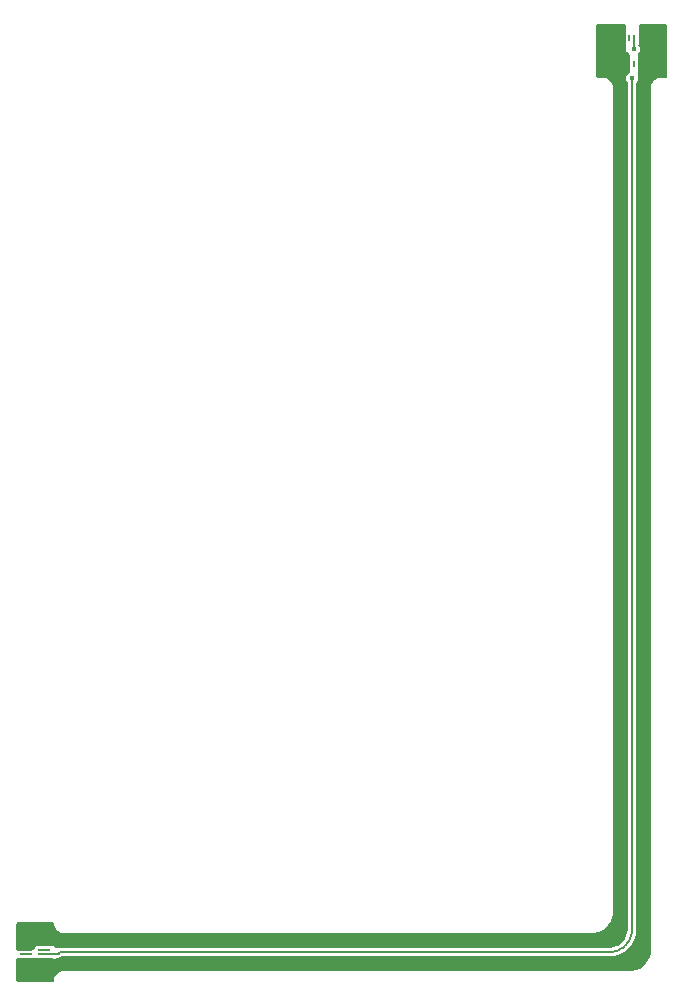
<source format=gtl>
%FSTAX23Y23*%
%MOIN*%
%SFA1B1*%

%IPPOS*%
%ADD11R,0.039400X0.023600*%
%ADD12R,0.039400X0.007900*%
%ADD13R,0.015700X0.023600*%
%ADD14R,0.007900X0.023600*%
%ADD19C,0.007900*%
%ADD20C,0.023600*%
%ADD21C,0.015700*%
%ADD22C,0.017700*%
%LNbattery_flex-1*%
%LPD*%
G36*
X01262Y0181D02*
X01265Y01809D01*
X01268Y01807*
X01269Y01804*
Y01634*
X01264Y0163*
X0125*
X0125Y0163*
X01249Y0163*
X01246Y01629*
X01244*
X01238Y01628*
X01233Y01626*
X01228Y01622*
X01223Y01618*
X01222Y01617*
X01221Y01616*
Y01616*
X0122Y01614*
X01219Y01612*
Y01612*
X01219*
X01215Y01603*
X01215Y01601*
X01214Y016*
X01214Y01595*
Y01594*
X01214Y01594*
Y-01279*
X01214*
X01214Y-01279*
X01214Y-01286*
X01211Y-01299*
X01206Y-01311*
X01199Y-01322*
X01189Y-01332*
X01178Y-01339*
X01166Y-01344*
X01153Y-01346*
X01146Y-01346*
X01146*
X01146*
X-00739*
X-0074Y-01346*
X-00741Y-01346*
X-00746Y-01347*
X-00747Y-01347*
X-00749Y-01348*
X-00757Y-01351*
X-00757*
X-00759Y-01352*
X-00761Y-01354*
X-00761Y-01354*
X-00768Y-0136*
Y-0136*
X-00769Y-01362*
X-00771Y-01364*
Y-01364*
X-00774Y-01373*
X-00775Y-01375*
X-00775Y-01376*
X-00775Y-01381*
X-0078Y-01384*
X-00889Y-01384*
X-00893Y-01383*
X-00893*
X-00893*
X-00898Y-01383*
X-00898Y-01382*
X-009Y-01381*
X-00901Y-01379*
Y-01309*
X-00897Y-01305*
X-0081*
X-00809Y-01306*
X-00768*
X-00767Y-01305*
X-00761Y-01305*
X-00755Y-01302*
X-0075Y-01298*
X-00749Y-01298*
X-00749Y-01298*
X-00749Y-01298*
X-00744Y-01298*
X01076*
Y-01298*
X01094Y-01296*
X0111Y-01291*
X01126Y-01283*
X01139Y-01272*
X0115Y-01258*
X01159Y-01243*
X01164Y-01226*
X01165Y-01209*
X01165*
X01165Y01611*
X01168Y01615*
X01171Y01623*
X01173Y0163*
X01173Y01634*
Y01655*
X01173*
Y01698*
X01173*
Y01713*
X01177Y01719*
X01178Y01726*
X01177Y01734*
X01173Y01739*
Y0174*
X01173Y01741*
X01174Y01741*
X01174Y01742*
X01176Y01743*
X01176Y01745*
X01177Y01747*
X01177Y01748*
Y01804*
X01178Y01807*
X0118Y01809*
X01182Y0181*
X01262Y0181*
G37*
G36*
X0112Y0181D02*
X01122Y01809D01*
X01124Y01807*
X01126Y01804*
Y01746*
X01126Y01741*
X01128Y01731*
X01132Y01721*
X01138Y01712*
X01141Y01708*
X01142Y01707*
X01144Y01705*
X01144Y01703*
X01145Y01698*
Y01655*
X01145*
Y01648*
X01144Y01647*
X01137Y01643*
X01133Y01637*
X01132Y0163*
X01133Y01622*
X01137Y01617*
X01137Y-01209*
Y-01209*
X01136Y-0122*
X01132Y-01232*
X01127Y-01242*
X01119Y-01252*
X0111Y-01259*
X011Y-01265*
X01088Y-01268*
X01077Y-01269*
X01076*
X-00748*
X-00767*
X-00768*
X-00769Y-01269*
X-00771Y-01268*
X-00772Y-01268*
X-00772Y-01267*
X-00773Y-01267*
X-00775Y-01265*
X-00776Y-01265*
X-00778Y-01264*
X-00779*
Y-01262*
X-00838*
Y-01271*
X-00842Y-01275*
X-00843Y-01276*
X-00845Y-01277*
X-00897*
X-00901Y-01274*
X-00901Y-01273*
Y-0119*
X-00899Y-01186*
X-00897Y-01183*
X-0079*
X-00789Y-01184*
X-00789*
X-00781*
X-0078Y-01184*
X-00778Y-01185*
X-00776Y-01186*
X-00775Y-01188*
X-00775Y-0119*
Y-0119*
X-00775Y-01192*
X-00774Y-01192*
X-00774Y-01194*
X-00771Y-01202*
Y-01203*
X-00769Y-01204*
X-00768Y-01206*
X-00768Y-01206*
X-00761Y-01213*
X-00761*
X-00759Y-01214*
X-00758Y-01216*
X-00757*
X-00749Y-01219*
X-00747Y-0122*
X-00745Y-0122*
X-00741Y-01221*
X-0074Y-01221*
X-00739Y-01221*
X-00739Y-01221*
X01016*
X01016*
X01016*
X01022Y-01221*
X01023Y-0122*
X01024Y-0122*
X01036Y-01218*
X01037Y-01218*
X01038Y-01218*
X01049Y-01213*
X0105Y-01212*
X01051Y-01212*
X01061Y-01206*
X01062Y-01205*
X01063Y-01204*
X01071Y-01196*
X01072Y-01195*
X01073Y-01194*
X01079Y-01184*
X0108Y-01183*
X0108Y-01182*
X01085Y-01171*
X01085Y-0117*
X01086Y-01169*
X01088Y-01157*
Y-01156*
X01088Y-01155*
X01088Y-0115*
X01088Y-01149*
X01088Y-01149*
Y01594*
X01088Y01594*
X01088Y01595*
X01088Y01599*
X01087Y01601*
X01087Y01603*
X01084Y01611*
Y01612*
X01082Y01613*
X01081Y01615*
Y01615*
X0108Y01616*
X01079Y01618*
X01075Y01622*
X0107Y01626*
X01064Y01628*
X01058Y01629*
X01056Y01629*
X01054Y0163*
X01053Y0163*
X01053Y0163*
X01039*
X01037Y01631*
X01034Y01633*
X01033Y01636*
Y01805*
X01038Y0181*
X0112*
G37*
G54D11*
X-00809Y-01252D03*
Y-01315D03*
X-00868Y-01252D03*
Y-01315D03*
G54D12*
X-00809Y-01276D03*
Y-01291D03*
X-00868Y-01276D03*
Y-01291D03*
G54D13*
X0112Y01677D03*
X01087Y01763D03*
X0112D03*
X01183D03*
X01215D03*
Y01677D03*
X01087D03*
X01183D03*
G54D14*
X01143Y01763D03*
X01159D03*
Y01677D03*
X01143D03*
G54D19*
X-00768Y-01291D02*
D01*
X-00767Y-01291*
X-00766Y-01291*
X-00765Y-01291*
X-00764Y-01291*
X-00764Y-01291*
X-00763Y-0129*
X-00762Y-0129*
X-00761Y-0129*
X-00761Y-01289*
X-0076Y-01289*
X-0076Y-01288*
X-00759Y-01288*
X-00749Y-01283D02*
D01*
X-0075Y-01283*
X-00751Y-01284*
X-00752Y-01284*
X-00753Y-01284*
X-00754Y-01284*
X-00755Y-01285*
X-00756Y-01285*
X-00757Y-01286*
X-00757Y-01286*
X-00758Y-01287*
X-00759Y-01288*
X-00759Y-01288*
X01143Y01699D02*
D01*
X01143Y017*
X01143Y017*
X01143Y01701*
X01143Y01701*
X01143Y01702*
X01143Y01702*
X01142Y01703*
X01142Y01703*
X01142Y01704*
X01141Y01704*
X01141Y01704*
X01141Y01705*
X0112Y01729D02*
D01*
X0112Y01729*
X0112Y01728*
X0112Y01727*
X0112Y01727*
X0112Y01726*
X0112Y01726*
X01121Y01725*
X01121Y01725*
X01121Y01724*
X01121Y01724*
X01122Y01724*
X01122Y01724*
X01076Y-01283D02*
D01*
X01082Y-01283*
X01087Y-01283*
X01092Y-01282*
X01097Y-01281*
X01102Y-01279*
X01107Y-01277*
X01111Y-01275*
X01116Y-01272*
X0112Y-01269*
X01124Y-01266*
X01128Y-01262*
X01132Y-01259*
X01135Y-01255*
X01138Y-0125*
X01141Y-01246*
X01144Y-01241*
X01146Y-01237*
X01147Y-01232*
X01149Y-01227*
X0115Y-01222*
X01151Y-01216*
X01151Y-01211*
X01151Y-01209*
X-00749Y-01283D02*
X01076D01*
X-00894Y-01276D02*
X-00851D01*
X-00836Y-01261*
X-00809Y-01291D02*
X-00768D01*
X-00895Y-01275D02*
X-00894Y-01276D01*
X01159Y01726D02*
Y01755D01*
X01143Y01677D02*
Y01699D01*
Y01651D02*
D01*
Y01677D01*
X01122Y01724D02*
X01141Y01705D01*
X01159Y01755D02*
Y01763D01*
X01151Y0163D02*
X01151Y-01209D01*
G54D20*
X-00809Y-01315D02*
X-00786D01*
X-00868D02*
X-00809D01*
X-00786D02*
X-00783Y-01317D01*
X-00845Y-01252D02*
X-00809D01*
X-00773*
G54D21*
X01183Y01759D02*
X01184Y01738D01*
X01183Y01759D02*
Y01802D01*
X01182Y01803D02*
X01183Y01802D01*
X0112Y01729D02*
Y01763D01*
Y01803*
Y01699D02*
Y01729D01*
Y01699D02*
X0112Y01699D01*
G54D22*
X-00791Y-01345D03*
X-00822D03*
X-00854D03*
X-00885D03*
Y-01222D03*
X-00854D03*
X-00822D03*
X-00791D03*
X01159Y01726D03*
X01151Y0163D03*
X-00885Y-01373D03*
X-00854D03*
X-00822D03*
X-00791D03*
Y-01194D03*
X-00822D03*
X-00854D03*
X-00885D03*
X01254Y01799D03*
Y01767D03*
Y01736D03*
Y01704D03*
Y01673D03*
Y01641D03*
X01048D03*
Y01673D03*
Y01704D03*
Y01736D03*
Y01767D03*
Y01799D03*
M02*
</source>
